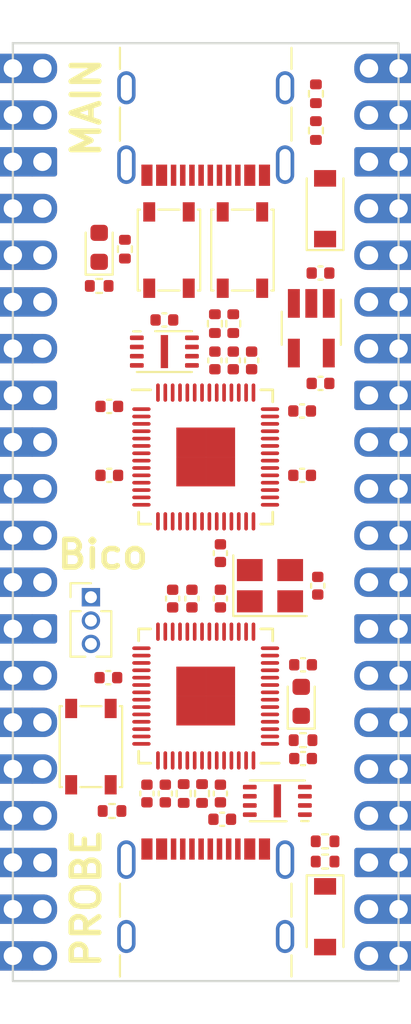
<source format=kicad_pcb>
(kicad_pcb (version 20211014) (generator pcbnew)
  (layers (0 "F.Cu" signal) (31 "B.Cu" signal) (34 "B.Paste" user) (35 "F.Paste" user) (36 "B.SilkS" user "B.Silkscreen") (37 "F.SilkS" user "F.Silkscreen") (38 "B.Mask" user) (39 "F.Mask" user) (44 "Edge.Cuts" user))
  (net 0 "")
  (net 1 "+3V3")
  (net 2 "GND")
  (net 3 "DVDD_M")
  (net 4 "VSYS")
  (net 5 "DVDD_P")
  (net 6 "/XOUT")
  (net 7 "/XIN")
  (net 8 "VBUS")
  (net 9 "Net-(D2-Pad2)")
  (net 10 "Net-(D3-Pad1)")
  (net 11 "/LED")
  (net 12 "Net-(D4-Pad1)")
  (net 13 "/P_LED")
  (net 14 "Net-(J1-PadA5)")
  (net 15 "/M_USB_D+")
  (net 16 "/M_USB_D-")
  (net 18 "Net-(J1-PadB5)")
  (net 20 "Net-(J2-PadA5)")
  (net 21 "/P_USB_D+")
  (net 22 "/P_USB_D-")
  (net 24 "Net-(J2-PadB5)")
  (net 26 "/GPIO0")
  (net 27 "/GPIO1")
  (net 28 "/GPIO2")
  (net 29 "/GPIO3")
  (net 30 "/GPIO4")
  (net 31 "/GPIO5")
  (net 32 "/GPIO6")
  (net 33 "/GPIO7")
  (net 34 "/GPIO8")
  (net 35 "/GPIO9")
  (net 36 "/GPIO10")
  (net 37 "/GPIO11")
  (net 38 "/GPIO12")
  (net 39 "/GPIO13")
  (net 40 "/GPIO14")
  (net 41 "/GPIO15")
  (net 42 "/GPIO16")
  (net 43 "/GPIO17")
  (net 44 "/GPIO18")
  (net 45 "/GPIO19")
  (net 46 "/GPIO20")
  (net 47 "/GPIO21")
  (net 48 "/GPIO22")
  (net 49 "/M_~{RST}")
  (net 50 "/GPIO26")
  (net 51 "/GPIO27")
  (net 52 "/GPIO28")
  (net 55 "/P_SWDIO")
  (net 56 "/P_SWCLK")
  (net 57 "/M_USB_DX-")
  (net 58 "/M_USB_DX+")
  (net 59 "/M_QSPI_SS")
  (net 60 "Net-(R5-Pad2)")
  (net 61 "/P_USB_DX-")
  (net 62 "/P_USB_DX+")
  (net 63 "/P_QSPI_SS")
  (net 64 "Net-(R10-Pad2)")
  (net 65 "/PROBE_XOUT_BUF")
  (net 67 "/M_SWCLK")
  (net 68 "/M_SWDIO")
  (net 69 "/UART_M2P")
  (net 70 "/UART_P2M")
  (net 71 "/PROBE_AUX")
  (net 72 "/M_QSPI_SD3")
  (net 73 "/M_QSPI_SCK")
  (net 74 "/M_QSPI_SD0")
  (net 75 "/M_QSPI_SD2")
  (net 76 "/M_QSPI_SD1")
  (net 99 "/P_QSPI_SD3")
  (net 100 "/P_QSPI_SCK")
  (net 101 "/P_QSPI_SD0")
  (net 102 "/P_QSPI_SD2")
  (net 103 "/P_QSPI_SD1")
  (footprint "Capacitor_SMD:C_0402_1005Metric" (layer "F.Cu") (at 155.3 108.3)
    (fp_text reference "C22" hide)
    (fp_text value "100n")
  )
  (footprint "Capacitor_SMD:C_0402_1005Metric" (layer "F.Cu") (at 150.8 115.3 -90)
    (fp_text reference "C14" hide)
    (fp_text value "100n")
  )
  (footprint "Capacitor_SMD:C_0402_1005Metric" (layer "F.Cu") (at 149.25 104.7 90)
    (fp_text reference "C15" hide)
    (fp_text value "100n")
  )
  (footprint "Resistor_SMD:R_0402_1005Metric" (layer "F.Cu") (at 144.2 87.7)
    (fp_text reference "R11" hide)
    (fp_text value "5k1")
  )
  (footprint "Resistor_SMD:R_0402_1005Metric" (layer "F.Cu") (at 148.8 115.3 90)
    (fp_text reference "R8" hide)
    (fp_text value "27")
  )
  (footprint "Capacitor_SMD:C_0402_1005Metric" (layer "F.Cu") (at 156.1 104 -90)
    (fp_text reference "C18" hide)
    (fp_text value "10p")
  )
  (footprint "Capacitor_SMD:C_0402_1005Metric" (layer "F.Cu") (at 146.8 115.3 -90)
    (fp_text reference "C12" hide)
    (fp_text value "1u")
  )
  (footprint "Capacitor_SMD:C_0402_1005Metric" (layer "F.Cu") (at 144.75 94.25 180)
    (fp_text reference "C9" hide)
    (fp_text value "100n")
  )
  (footprint "LED_SMD:LED_0603_1608Metric" (layer "F.Cu") (at 144.2 85.6 90)
    (fp_text reference "D3" hide)
    (fp_text value "LED")
  )
  (footprint "Connector_PinHeader_1.27mm:PinHeader_1x03_P1.27mm_Vertical" (layer "F.Cu") (at 143.75 104.625)
    (fp_text reference "J4" hide)
    (fp_text value "Conn_01x03")
  )
  (footprint "bico:QFN-56_EP_7x7_Pitch0.4mm" (layer "F.Cu") (at 150 110 180)
    (fp_text reference "U4" hide)
    (fp_text value "RP2040")
  )
  (footprint "Capacitor_SMD:C_0402_1005Metric" (layer "F.Cu") (at 144.75 98 180)
    (fp_text reference "C6" hide)
    (fp_text value "100n")
  )
  (footprint "Capacitor_SMD:C_0402_1005Metric" (layer "F.Cu") (at 144.7 109 180)
    (fp_text reference "C20" hide)
    (fp_text value "100n")
  )
  (footprint "Connector_USB:USB_C_Receptacle_GCT_USB4105-xx-A_16P_TopMnt_Horizontal" (layer "F.Cu") (at 150 78 180)
    (fp_text reference "J1" hide)
    (fp_text value "USB_C_Receptacle_USB2.0")
  )
  (footprint "bico:SW_SPST_PTS815" (layer "F.Cu") (at 148 85.75 90)
    (fp_text reference "SW2" hide)
    (fp_text value "SW_Push")
  )
  (footprint "Capacitor_SMD:C_0402_1005Metric" (layer "F.Cu") (at 150.9 116.7 180)
    (fp_text reference "C16" hide)
    (fp_text value "100n")
  )
  (footprint "Resistor_SMD:R_0402_1005Metric" (layer "F.Cu") (at 150.5 89.75 90)
    (fp_text reference "R4" hide)
    (fp_text value "27")
  )
  (footprint "Capacitor_SMD:C_0402_1005Metric" (layer "F.Cu") (at 155.25 94.5)
    (fp_text reference "C8" hide)
    (fp_text value "100n")
  )
  (footprint "bico:SW_SPST_PTS815" (layer "F.Cu") (at 152 85.75 -90)
    (fp_text reference "SW1" hide)
    (fp_text value "SW_Push")
  )
  (footprint "Resistor_SMD:R_0402_1005Metric" (layer "F.Cu") (at 156 77.25 90)
    (fp_text reference "R3" hide)
    (fp_text value "5k1")
  )
  (footprint "Connector_USB:USB_C_Receptacle_GCT_USB4105-xx-A_16P_TopMnt_Horizontal" (layer "F.Cu") (at 150 122)
    (fp_text reference "J2" hide)
    (fp_text value "USB_C_Receptacle_USB2.0")
  )
  (footprint "LED_SMD:LED_0603_1608Metric" (layer "F.Cu") (at 155.2 110.2875 90)
    (fp_text reference "D4" hide)
    (fp_text value "LED")
  )
  (footprint "Capacitor_SMD:C_0402_1005Metric" (layer "F.Cu") (at 147.75 89.55 180)
    (fp_text reference "C5" hide)
    (fp_text value "100n")
  )
  (footprint "Capacitor_SMD:C_0402_1005Metric" (layer "F.Cu") (at 156.25 87)
    (fp_text reference "C10" hide)
    (fp_text value "1u")
  )
  (footprint "Diode_SMD:D_SOD-123" (layer "F.Cu") (at 156.5 83.5 90)
    (fp_text reference "D1" hide)
    (fp_text value "MBR0520")
  )
  (footprint "Capacitor_SMD:C_0402_1005Metric" (layer "F.Cu") (at 152.5 91.75 90)
    (fp_text reference "C1" hide)
    (fp_text value "1u")
  )
  (footprint "bico:QFN-56_EP_7x7_Pitch0.4mm" (layer "F.Cu") (at 150 97)
    (fp_text reference "U1" hide)
    (fp_text value "RP2040")
  )
  (footprint "bico:DFN-8-3x2mm-Winbond" (layer "F.Cu") (at 147.75 91.27)
    (fp_text reference "U2" hide)
    (fp_text value "W25Q16JV")
  )
  (footprint "Capacitor_SMD:C_0402_1005Metric" (layer "F.Cu") (at 150.8 102.23 -90)
    (fp_text reference "C4" hide)
    (fp_text value "100n")
  )
  (footprint "bico:Pico_Headers" (layer "F.Cu") (at 150 100)
    (fp_text reference "J3" hide)
    (fp_text value "Pico_Headers")
    (fp_rect (start -10.5 -25.5) (end 10.5 25.5) (layer "Edge.Cuts") (width 0.12) (fill none))
  )
  (footprint "Capacitor_SMD:C_0402_1005Metric" (layer "F.Cu") (at 150.5 91.75 90)
    (fp_text reference "C3" hide)
    (fp_text value "100n")
  )
  (footprint "Crystal:Crystal_SMD_3225-4Pin_3.2x2.5mm" (layer "F.Cu") (at 153.5 104)
    (fp_text reference "Y1" hide)
    (fp_text value "12 M")
  )
  (footprint "Resistor_SMD:R_0402_1005Metric" (layer "F.Cu") (at 145.6 85.7 90)
    (fp_text reference "R5" hide)
    (fp_text value "5k1")
  )
  (footprint "Capacitor_SMD:C_0402_1005Metric" (layer "F.Cu") (at 151.5 91.75 90)
    (fp_text reference "C2" hide)
    (fp_text value "1u")
  )
  (footprint "Capacitor_SMD:C_0402_1005Metric" (layer "F.Cu") (at 156.25 93)
    (fp_text reference "C11" hide)
    (fp_text value "1u")
  )
  (footprint "Resistor_SMD:R_0402_1005Metric" (layer "F.Cu") (at 149.8 115.3 90)
    (fp_text reference "R9" hide)
    (fp_text value "27")
  )
  (footprint "Capacitor_SMD:C_0402_1005Metric" (layer "F.Cu") (at 148.2 104.7 90)
    (fp_text reference "C19" hide)
    (fp_text value "100n")
  )
  (footprint "Resistor_SMD:R_0402_1005Metric" (layer "F.Cu") (at 156.5 117.9)
    (fp_text reference "R6" hide)
    (fp_text value "5k1")
  )
  (footprint "Capacitor_SMD:C_0402_1005Metric" (layer "F.Cu") (at 147.8 115.3 -90)
    (fp_text reference "C13" hide)
    (fp_text value "1u")
  )
  (footprint "Package_TO_SOT_SMD:SOT-23-5_HandSoldering" (layer "F.Cu") (at 155.75 90 -90)
    (fp_text reference "U3" hide)
    (fp_text value "NCP115ASN330")
  )
  (footprint "Resistor_SMD:R_0402_1005Metric" (layer "F.Cu") (at 151.5 89.75 90)
    (fp_text reference "R2" hide)
    (fp_text value "27")
  )
  (footprint "Resistor_SMD:R_0402_1005Metric" (layer "F.Cu") (at 156.5 119)
    (fp_text reference "R7" hide)
    (fp_text value "5k1")
  )
  (footprint "bico:DFN-8-3x2mm-Winbond" (layer "F.Cu") (at 153.9 115.7 180)
    (fp_text reference "U5" hide)
    (fp_text value "W25Q16JV")
  )
  (footprint "Diode_SMD:D_SOD-123" (layer "F.Cu") (at 156.5 122 -90)
    (fp_text reference "D2" hide)
    (fp_text value "MBR0520")
  )
  (footprint "Capacitor_SMD:C_0402_1005Metric" (layer "F.Cu") (at 155.3 113.4)
    (fp_text reference "C21" hide)
    (fp_text value "100n")
  )
  (footprint "Capacitor_SMD:C_0402_1005Metric" (layer "F.Cu") (at 150.8 104.7 90)
    (fp_text reference "C17" hide)
    (fp_text value "10p")
  )
  (footprint "Resistor_SMD:R_0402_1005Metric" (layer "F.Cu") (at 156 79.25 -90)
    (fp_text reference "R1" hide)
    (fp_text value "5k1")
  )
  (footprint "Resistor_SMD:R_0402_1005Metric" (layer "F.Cu") (at 144.9 116.25 180)
    (fp_text reference "R10" hide)
    (fp_text value "5k1")
  )
  (footprint "bico:SW_SPST_PTS815" (layer "F.Cu") (at 143.75 112.75 -90)
    (fp_text reference "SW3" hide)
    (fp_text value "SW_Push")
  )
  (footprint "Resistor_SMD:R_0402_1005Metric" (layer "F.Cu") (at 155.3 112.4)
    (fp_text reference "R12" hide)
    (fp_text value "5k1")
  )
  (footprint "Capacitor_SMD:C_0402_1005Metric" (layer "F.Cu") (at 155.25 98)
    (fp_text reference "C7" hide)
    (fp_text value "100n")
  )
  (gr_text "PROBE" (at 143.5 121 90) (layer "F.SilkS") (effects (font (size 1.5 1.5) (thickness 0.3))))
  (gr_text "Bico" (at 144.4 102.3) (layer "F.SilkS") (effects (font (size 1.5 1.5) (thickness 0.3))))
  (gr_text "MAIN" (at 143.5 78 90) (layer "F.SilkS") (effects (font (size 1.5 1.5) (thickness 0.3))))
)
</source>
